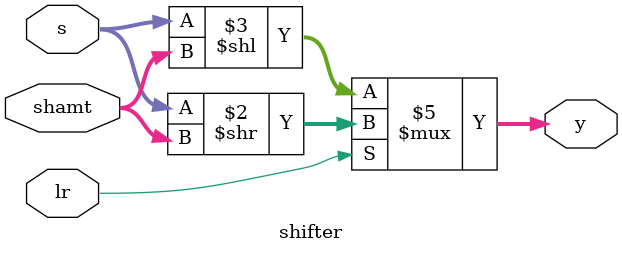
<source format=v>
`timescale 1ns / 1ps
module shifter(
        input wire [31:0] s,
        input wire [4:0]shamt,
        input wire lr,
        output reg [31:0] y
    );
    
    always @(s, shamt, lr) begin
        if (lr) y = s >> shamt; 
        else y = s << shamt;
    end
endmodule

</source>
